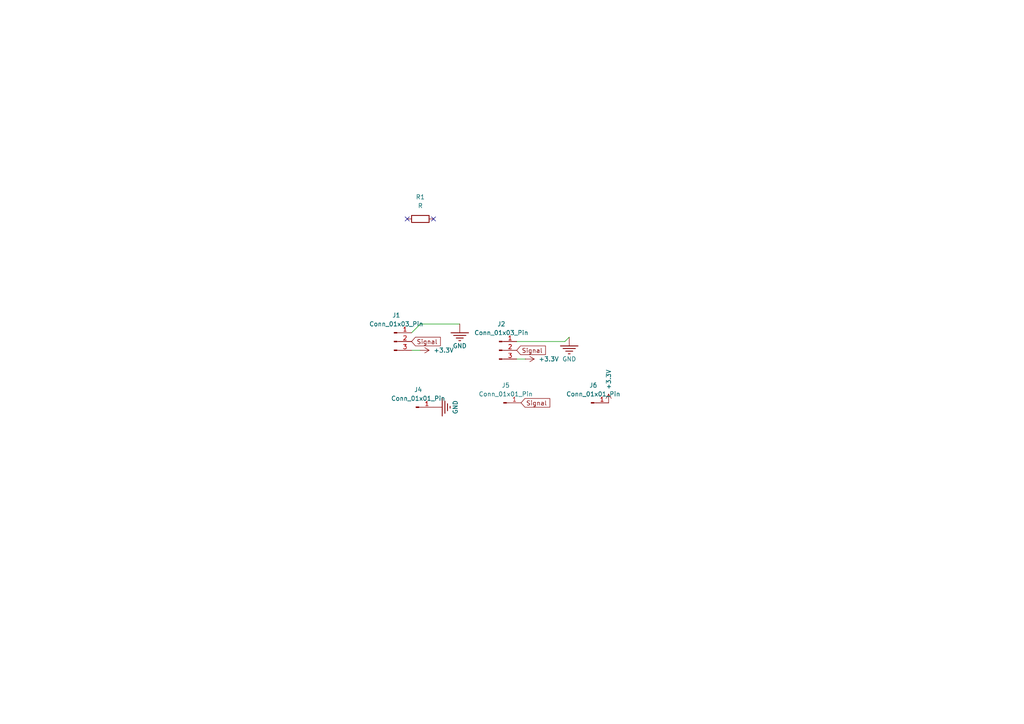
<source format=kicad_sch>
(kicad_sch
	(version 20231120)
	(generator "eeschema")
	(generator_version "8.0")
	(uuid "a7c8ef6a-82d6-48c1-8c74-51228bc6ceb0")
	(paper "A4")
	(lib_symbols
		(symbol "Connector:Conn_01x01_Pin"
			(pin_names
				(offset 1.016) hide)
			(exclude_from_sim no)
			(in_bom yes)
			(on_board yes)
			(property "Reference" "J"
				(at 0 2.54 0)
				(effects
					(font
						(size 1.27 1.27)
					)
				)
			)
			(property "Value" "Conn_01x01_Pin"
				(at 0 -2.54 0)
				(effects
					(font
						(size 1.27 1.27)
					)
				)
			)
			(property "Footprint" ""
				(at 0 0 0)
				(effects
					(font
						(size 1.27 1.27)
					)
					(hide yes)
				)
			)
			(property "Datasheet" "~"
				(at 0 0 0)
				(effects
					(font
						(size 1.27 1.27)
					)
					(hide yes)
				)
			)
			(property "Description" "Generic connector, single row, 01x01, script generated"
				(at 0 0 0)
				(effects
					(font
						(size 1.27 1.27)
					)
					(hide yes)
				)
			)
			(property "ki_locked" ""
				(at 0 0 0)
				(effects
					(font
						(size 1.27 1.27)
					)
				)
			)
			(property "ki_keywords" "connector"
				(at 0 0 0)
				(effects
					(font
						(size 1.27 1.27)
					)
					(hide yes)
				)
			)
			(property "ki_fp_filters" "Connector*:*_1x??_*"
				(at 0 0 0)
				(effects
					(font
						(size 1.27 1.27)
					)
					(hide yes)
				)
			)
			(symbol "Conn_01x01_Pin_1_1"
				(polyline
					(pts
						(xy 1.27 0) (xy 0.8636 0)
					)
					(stroke
						(width 0.1524)
						(type default)
					)
					(fill
						(type none)
					)
				)
				(rectangle
					(start 0.8636 0.127)
					(end 0 -0.127)
					(stroke
						(width 0.1524)
						(type default)
					)
					(fill
						(type outline)
					)
				)
				(pin passive line
					(at 5.08 0 180)
					(length 3.81)
					(name "Pin_1"
						(effects
							(font
								(size 1.27 1.27)
							)
						)
					)
					(number "1"
						(effects
							(font
								(size 1.27 1.27)
							)
						)
					)
				)
			)
		)
		(symbol "Connector:Conn_01x03_Pin"
			(pin_names
				(offset 1.016) hide)
			(exclude_from_sim no)
			(in_bom yes)
			(on_board yes)
			(property "Reference" "J"
				(at 0 5.08 0)
				(effects
					(font
						(size 1.27 1.27)
					)
				)
			)
			(property "Value" "Conn_01x03_Pin"
				(at 0 -5.08 0)
				(effects
					(font
						(size 1.27 1.27)
					)
				)
			)
			(property "Footprint" ""
				(at 0 0 0)
				(effects
					(font
						(size 1.27 1.27)
					)
					(hide yes)
				)
			)
			(property "Datasheet" "~"
				(at 0 0 0)
				(effects
					(font
						(size 1.27 1.27)
					)
					(hide yes)
				)
			)
			(property "Description" "Generic connector, single row, 01x03, script generated"
				(at 0 0 0)
				(effects
					(font
						(size 1.27 1.27)
					)
					(hide yes)
				)
			)
			(property "ki_locked" ""
				(at 0 0 0)
				(effects
					(font
						(size 1.27 1.27)
					)
				)
			)
			(property "ki_keywords" "connector"
				(at 0 0 0)
				(effects
					(font
						(size 1.27 1.27)
					)
					(hide yes)
				)
			)
			(property "ki_fp_filters" "Connector*:*_1x??_*"
				(at 0 0 0)
				(effects
					(font
						(size 1.27 1.27)
					)
					(hide yes)
				)
			)
			(symbol "Conn_01x03_Pin_1_1"
				(polyline
					(pts
						(xy 1.27 -2.54) (xy 0.8636 -2.54)
					)
					(stroke
						(width 0.1524)
						(type default)
					)
					(fill
						(type none)
					)
				)
				(polyline
					(pts
						(xy 1.27 0) (xy 0.8636 0)
					)
					(stroke
						(width 0.1524)
						(type default)
					)
					(fill
						(type none)
					)
				)
				(polyline
					(pts
						(xy 1.27 2.54) (xy 0.8636 2.54)
					)
					(stroke
						(width 0.1524)
						(type default)
					)
					(fill
						(type none)
					)
				)
				(rectangle
					(start 0.8636 -2.413)
					(end 0 -2.667)
					(stroke
						(width 0.1524)
						(type default)
					)
					(fill
						(type outline)
					)
				)
				(rectangle
					(start 0.8636 0.127)
					(end 0 -0.127)
					(stroke
						(width 0.1524)
						(type default)
					)
					(fill
						(type outline)
					)
				)
				(rectangle
					(start 0.8636 2.667)
					(end 0 2.413)
					(stroke
						(width 0.1524)
						(type default)
					)
					(fill
						(type outline)
					)
				)
				(pin passive line
					(at 5.08 2.54 180)
					(length 3.81)
					(name "Pin_1"
						(effects
							(font
								(size 1.27 1.27)
							)
						)
					)
					(number "1"
						(effects
							(font
								(size 1.27 1.27)
							)
						)
					)
				)
				(pin passive line
					(at 5.08 0 180)
					(length 3.81)
					(name "Pin_2"
						(effects
							(font
								(size 1.27 1.27)
							)
						)
					)
					(number "2"
						(effects
							(font
								(size 1.27 1.27)
							)
						)
					)
				)
				(pin passive line
					(at 5.08 -2.54 180)
					(length 3.81)
					(name "Pin_3"
						(effects
							(font
								(size 1.27 1.27)
							)
						)
					)
					(number "3"
						(effects
							(font
								(size 1.27 1.27)
							)
						)
					)
				)
			)
		)
		(symbol "Device:R"
			(pin_numbers hide)
			(pin_names
				(offset 0)
			)
			(exclude_from_sim no)
			(in_bom yes)
			(on_board yes)
			(property "Reference" "R"
				(at 2.032 0 90)
				(effects
					(font
						(size 1.27 1.27)
					)
				)
			)
			(property "Value" "R"
				(at 0 0 90)
				(effects
					(font
						(size 1.27 1.27)
					)
				)
			)
			(property "Footprint" ""
				(at -1.778 0 90)
				(effects
					(font
						(size 1.27 1.27)
					)
					(hide yes)
				)
			)
			(property "Datasheet" "~"
				(at 0 0 0)
				(effects
					(font
						(size 1.27 1.27)
					)
					(hide yes)
				)
			)
			(property "Description" "Resistor"
				(at 0 0 0)
				(effects
					(font
						(size 1.27 1.27)
					)
					(hide yes)
				)
			)
			(property "ki_keywords" "R res resistor"
				(at 0 0 0)
				(effects
					(font
						(size 1.27 1.27)
					)
					(hide yes)
				)
			)
			(property "ki_fp_filters" "R_*"
				(at 0 0 0)
				(effects
					(font
						(size 1.27 1.27)
					)
					(hide yes)
				)
			)
			(symbol "R_0_1"
				(rectangle
					(start -1.016 -2.54)
					(end 1.016 2.54)
					(stroke
						(width 0.254)
						(type default)
					)
					(fill
						(type none)
					)
				)
			)
			(symbol "R_1_1"
				(pin passive line
					(at 0 3.81 270)
					(length 1.27)
					(name "~"
						(effects
							(font
								(size 1.27 1.27)
							)
						)
					)
					(number "1"
						(effects
							(font
								(size 1.27 1.27)
							)
						)
					)
				)
				(pin passive line
					(at 0 -3.81 90)
					(length 1.27)
					(name "~"
						(effects
							(font
								(size 1.27 1.27)
							)
						)
					)
					(number "2"
						(effects
							(font
								(size 1.27 1.27)
							)
						)
					)
				)
			)
		)
		(symbol "ProPrj_Tup-easyedapro:Ground-GND"
			(power)
			(pin_numbers hide)
			(pin_names hide)
			(exclude_from_sim no)
			(in_bom yes)
			(on_board yes)
			(property "Reference" "#PWR"
				(at 0 0 0)
				(effects
					(font
						(size 1.27 1.27)
					)
					(hide yes)
				)
			)
			(property "Value" "GND"
				(at 0 -6.35 0)
				(effects
					(font
						(size 1.27 1.27)
					)
				)
			)
			(property "Footprint" "ProPrj_Tup-easyedapro:"
				(at 0 0 0)
				(effects
					(font
						(size 1.27 1.27)
					)
					(hide yes)
				)
			)
			(property "Datasheet" ""
				(at 0 0 0)
				(effects
					(font
						(size 1.27 1.27)
					)
					(hide yes)
				)
			)
			(property "Description" ""
				(at 0 0 0)
				(effects
					(font
						(size 1.27 1.27)
					)
					(hide yes)
				)
			)
			(symbol "Ground-GND_1_0"
				(polyline
					(pts
						(xy -2.54 -2.54) (xy 2.54 -2.54)
					)
					(stroke
						(width 0.254)
						(type default)
					)
					(fill
						(type none)
					)
				)
				(polyline
					(pts
						(xy -1.778 -3.302) (xy 1.778 -3.302)
					)
					(stroke
						(width 0.254)
						(type default)
					)
					(fill
						(type none)
					)
				)
				(polyline
					(pts
						(xy -1.016 -4.064) (xy 1.016 -4.064)
					)
					(stroke
						(width 0.254)
						(type default)
					)
					(fill
						(type none)
					)
				)
				(polyline
					(pts
						(xy -0.254 -4.826) (xy 0.254 -4.826)
					)
					(stroke
						(width 0.254)
						(type default)
					)
					(fill
						(type none)
					)
				)
				(pin power_in line
					(at 0 0 270)
					(length 2.54)
					(name ""
						(effects
							(font
								(size 1.27 1.27)
							)
						)
					)
					(number "1"
						(effects
							(font
								(size 0.0254 0.0254)
							)
						)
					)
				)
			)
		)
		(symbol "power:+3.3V"
			(power)
			(pin_numbers hide)
			(pin_names
				(offset 0) hide)
			(exclude_from_sim no)
			(in_bom yes)
			(on_board yes)
			(property "Reference" "#PWR"
				(at 0 -3.81 0)
				(effects
					(font
						(size 1.27 1.27)
					)
					(hide yes)
				)
			)
			(property "Value" "+3.3V"
				(at 0 3.556 0)
				(effects
					(font
						(size 1.27 1.27)
					)
				)
			)
			(property "Footprint" ""
				(at 0 0 0)
				(effects
					(font
						(size 1.27 1.27)
					)
					(hide yes)
				)
			)
			(property "Datasheet" ""
				(at 0 0 0)
				(effects
					(font
						(size 1.27 1.27)
					)
					(hide yes)
				)
			)
			(property "Description" "Power symbol creates a global label with name \"+3.3V\""
				(at 0 0 0)
				(effects
					(font
						(size 1.27 1.27)
					)
					(hide yes)
				)
			)
			(property "ki_keywords" "global power"
				(at 0 0 0)
				(effects
					(font
						(size 1.27 1.27)
					)
					(hide yes)
				)
			)
			(symbol "+3.3V_0_1"
				(polyline
					(pts
						(xy -0.762 1.27) (xy 0 2.54)
					)
					(stroke
						(width 0)
						(type default)
					)
					(fill
						(type none)
					)
				)
				(polyline
					(pts
						(xy 0 0) (xy 0 2.54)
					)
					(stroke
						(width 0)
						(type default)
					)
					(fill
						(type none)
					)
				)
				(polyline
					(pts
						(xy 0 2.54) (xy 0.762 1.27)
					)
					(stroke
						(width 0)
						(type default)
					)
					(fill
						(type none)
					)
				)
			)
			(symbol "+3.3V_1_1"
				(pin power_in line
					(at 0 0 90)
					(length 0)
					(name "~"
						(effects
							(font
								(size 1.27 1.27)
							)
						)
					)
					(number "1"
						(effects
							(font
								(size 1.27 1.27)
							)
						)
					)
				)
			)
		)
	)
	(no_connect
		(at 125.73 63.5)
		(uuid "6d7d403f-75c6-44fb-8f79-e166f1892ace")
	)
	(no_connect
		(at 118.11 63.5)
		(uuid "9c33669c-ea2f-4bc2-ae20-0058494f9b89")
	)
	(wire
		(pts
			(xy 119.38 101.6) (xy 121.92 101.6)
		)
		(stroke
			(width 0)
			(type default)
		)
		(uuid "163ce753-cb14-45c6-8338-380216deaf8d")
	)
	(wire
		(pts
			(xy 163.83 99.06) (xy 165.1 97.79)
		)
		(stroke
			(width 0)
			(type default)
		)
		(uuid "2dd7d3a0-217e-411c-9931-d5239606831e")
	)
	(wire
		(pts
			(xy 152.4 104.14) (xy 149.86 104.14)
		)
		(stroke
			(width 0)
			(type default)
		)
		(uuid "3d3646ba-7cf4-4938-be88-ad8b04befad9")
	)
	(wire
		(pts
			(xy 149.86 99.06) (xy 163.83 99.06)
		)
		(stroke
			(width 0)
			(type default)
		)
		(uuid "5ef6ecdb-f6da-45d0-b5bb-c97497b8134e")
	)
	(wire
		(pts
			(xy 133.35 93.98) (xy 121.92 93.98)
		)
		(stroke
			(width 0)
			(type default)
		)
		(uuid "a74a8c52-3f31-417e-8897-70ce1586bd01")
	)
	(wire
		(pts
			(xy 121.92 93.98) (xy 119.38 96.52)
		)
		(stroke
			(width 0)
			(type default)
		)
		(uuid "a7cf5ead-2cdc-4b1d-bb05-90e409c168c4")
	)
	(global_label "Signal"
		(shape input)
		(at 151.13 116.84 0)
		(fields_autoplaced yes)
		(effects
			(font
				(size 1.27 1.27)
			)
			(justify left)
		)
		(uuid "6b6d3dfe-2fe0-4d23-bd20-1de857d9c961")
		(property "Intersheetrefs" "${INTERSHEET_REFS}"
			(at 160.0417 116.84 0)
			(effects
				(font
					(size 1.27 1.27)
				)
				(justify left)
				(hide yes)
			)
		)
	)
	(global_label "Signal"
		(shape input)
		(at 149.86 101.6 0)
		(fields_autoplaced yes)
		(effects
			(font
				(size 1.27 1.27)
			)
			(justify left)
		)
		(uuid "8cf4a751-69e6-424b-9e80-98eee8b27c53")
		(property "Intersheetrefs" "${INTERSHEET_REFS}"
			(at 158.7717 101.6 0)
			(effects
				(font
					(size 1.27 1.27)
				)
				(justify left)
				(hide yes)
			)
		)
	)
	(global_label "Signal"
		(shape input)
		(at 119.38 99.06 0)
		(fields_autoplaced yes)
		(effects
			(font
				(size 1.27 1.27)
			)
			(justify left)
		)
		(uuid "fb06c292-9b29-4ec8-8485-0192646b6360")
		(property "Intersheetrefs" "${INTERSHEET_REFS}"
			(at 128.2917 99.06 0)
			(effects
				(font
					(size 1.27 1.27)
				)
				(justify left)
				(hide yes)
			)
		)
	)
	(symbol
		(lib_id "Connector:Conn_01x03_Pin")
		(at 144.78 101.6 0)
		(unit 1)
		(exclude_from_sim no)
		(in_bom yes)
		(on_board yes)
		(dnp no)
		(fields_autoplaced yes)
		(uuid "02f3d237-3a1b-42f1-a62d-128ef6801e79")
		(property "Reference" "J2"
			(at 145.415 93.98 0)
			(effects
				(font
					(size 1.27 1.27)
				)
			)
		)
		(property "Value" "Conn_01x03_Pin"
			(at 145.415 96.52 0)
			(effects
				(font
					(size 1.27 1.27)
				)
			)
		)
		(property "Footprint" "Connector_JST:JST_SH_SM03B-SRSS-TB_1x03-1MP_P1.00mm_Horizontal"
			(at 144.78 101.6 0)
			(effects
				(font
					(size 1.27 1.27)
				)
				(hide yes)
			)
		)
		(property "Datasheet" "~"
			(at 144.78 101.6 0)
			(effects
				(font
					(size 1.27 1.27)
				)
				(hide yes)
			)
		)
		(property "Description" "Generic connector, single row, 01x03, script generated"
			(at 144.78 101.6 0)
			(effects
				(font
					(size 1.27 1.27)
				)
				(hide yes)
			)
		)
		(pin "2"
			(uuid "81169820-b200-4580-9d3c-dee654447877")
		)
		(pin "3"
			(uuid "a6f53428-005d-4cb3-b44c-64512dccd2be")
		)
		(pin "1"
			(uuid "47d262c2-eefb-4ce0-b536-ae1e6d900685")
		)
		(instances
			(project "Magnet PCB"
				(path "/a7c8ef6a-82d6-48c1-8c74-51228bc6ceb0"
					(reference "J2")
					(unit 1)
				)
			)
		)
	)
	(symbol
		(lib_id "ProPrj_Tup-easyedapro:Ground-GND")
		(at 133.35 93.98 0)
		(unit 1)
		(exclude_from_sim no)
		(in_bom yes)
		(on_board yes)
		(dnp no)
		(uuid "07f0f716-8b7e-4cbc-8dd8-2db5e2f9f311")
		(property "Reference" "#PWR010"
			(at 133.35 93.98 0)
			(effects
				(font
					(size 1.27 1.27)
				)
				(hide yes)
			)
		)
		(property "Value" "GND"
			(at 133.35 100.33 0)
			(effects
				(font
					(size 1.27 1.27)
				)
			)
		)
		(property "Footprint" "ProPrj_Tup-easyedapro:"
			(at 133.35 93.98 0)
			(effects
				(font
					(size 1.27 1.27)
				)
				(hide yes)
			)
		)
		(property "Datasheet" ""
			(at 133.35 93.98 0)
			(effects
				(font
					(size 1.27 1.27)
				)
				(hide yes)
			)
		)
		(property "Description" ""
			(at 133.35 93.98 0)
			(effects
				(font
					(size 1.27 1.27)
				)
				(hide yes)
			)
		)
		(pin "1"
			(uuid "f1dbe57e-9061-4a45-a916-60100ed1b7d2")
		)
		(instances
			(project "Magnet PCB"
				(path "/a7c8ef6a-82d6-48c1-8c74-51228bc6ceb0"
					(reference "#PWR010")
					(unit 1)
				)
			)
		)
	)
	(symbol
		(lib_id "ProPrj_Tup-easyedapro:Ground-GND")
		(at 165.1 97.79 0)
		(unit 1)
		(exclude_from_sim no)
		(in_bom yes)
		(on_board yes)
		(dnp no)
		(uuid "109a7669-d2ca-41e5-a4af-6f30d6cfc861")
		(property "Reference" "#PWR09"
			(at 165.1 97.79 0)
			(effects
				(font
					(size 1.27 1.27)
				)
				(hide yes)
			)
		)
		(property "Value" "GND"
			(at 165.1 104.14 0)
			(effects
				(font
					(size 1.27 1.27)
				)
			)
		)
		(property "Footprint" "ProPrj_Tup-easyedapro:"
			(at 165.1 97.79 0)
			(effects
				(font
					(size 1.27 1.27)
				)
				(hide yes)
			)
		)
		(property "Datasheet" ""
			(at 165.1 97.79 0)
			(effects
				(font
					(size 1.27 1.27)
				)
				(hide yes)
			)
		)
		(property "Description" ""
			(at 165.1 97.79 0)
			(effects
				(font
					(size 1.27 1.27)
				)
				(hide yes)
			)
		)
		(pin "1"
			(uuid "01aabc1b-b4d0-4e52-baaa-c366a91152ab")
		)
		(instances
			(project "Magnet PCB"
				(path "/a7c8ef6a-82d6-48c1-8c74-51228bc6ceb0"
					(reference "#PWR09")
					(unit 1)
				)
			)
		)
	)
	(symbol
		(lib_id "Connector:Conn_01x01_Pin")
		(at 146.05 116.84 0)
		(unit 1)
		(exclude_from_sim no)
		(in_bom yes)
		(on_board yes)
		(dnp no)
		(fields_autoplaced yes)
		(uuid "1818ea05-565e-43ce-a9b9-7bd8e428292c")
		(property "Reference" "J5"
			(at 146.685 111.76 0)
			(effects
				(font
					(size 1.27 1.27)
				)
			)
		)
		(property "Value" "Conn_01x01_Pin"
			(at 146.685 114.3 0)
			(effects
				(font
					(size 1.27 1.27)
				)
			)
		)
		(property "Footprint" "0900_2_15_20_75_14_11_0:CONN_0900-2-15-20-75-14-11-0_MIM"
			(at 146.05 116.84 0)
			(effects
				(font
					(size 1.27 1.27)
				)
				(hide yes)
			)
		)
		(property "Datasheet" "~"
			(at 146.05 116.84 0)
			(effects
				(font
					(size 1.27 1.27)
				)
				(hide yes)
			)
		)
		(property "Description" "Generic connector, single row, 01x01, script generated"
			(at 146.05 116.84 0)
			(effects
				(font
					(size 1.27 1.27)
				)
				(hide yes)
			)
		)
		(pin "1"
			(uuid "7ae2215f-c44d-40aa-be68-3242393033f7")
		)
		(instances
			(project "Magnet PCB"
				(path "/a7c8ef6a-82d6-48c1-8c74-51228bc6ceb0"
					(reference "J5")
					(unit 1)
				)
			)
		)
	)
	(symbol
		(lib_id "power:+3.3V")
		(at 121.92 101.6 270)
		(unit 1)
		(exclude_from_sim no)
		(in_bom yes)
		(on_board yes)
		(dnp no)
		(fields_autoplaced yes)
		(uuid "36c275d9-38b0-413f-af15-e64839b98733")
		(property "Reference" "#PWR07"
			(at 118.11 101.6 0)
			(effects
				(font
					(size 1.27 1.27)
				)
				(hide yes)
			)
		)
		(property "Value" "+3.3V"
			(at 125.73 101.5999 90)
			(effects
				(font
					(size 1.27 1.27)
				)
				(justify left)
			)
		)
		(property "Footprint" ""
			(at 121.92 101.6 0)
			(effects
				(font
					(size 1.27 1.27)
				)
				(hide yes)
			)
		)
		(property "Datasheet" ""
			(at 121.92 101.6 0)
			(effects
				(font
					(size 1.27 1.27)
				)
				(hide yes)
			)
		)
		(property "Description" "Power symbol creates a global label with name \"+3.3V\""
			(at 121.92 101.6 0)
			(effects
				(font
					(size 1.27 1.27)
				)
				(hide yes)
			)
		)
		(pin "1"
			(uuid "59cfd557-8c9c-4c96-8d3e-07588a6294f8")
		)
		(instances
			(project "Magnet PCB"
				(path "/a7c8ef6a-82d6-48c1-8c74-51228bc6ceb0"
					(reference "#PWR07")
					(unit 1)
				)
			)
		)
	)
	(symbol
		(lib_id "Connector:Conn_01x01_Pin")
		(at 171.45 116.84 0)
		(unit 1)
		(exclude_from_sim no)
		(in_bom yes)
		(on_board yes)
		(dnp no)
		(fields_autoplaced yes)
		(uuid "42f4fb63-ec4e-4cd6-9fdc-a6573c1e0258")
		(property "Reference" "J6"
			(at 172.085 111.76 0)
			(effects
				(font
					(size 1.27 1.27)
				)
			)
		)
		(property "Value" "Conn_01x01_Pin"
			(at 172.085 114.3 0)
			(effects
				(font
					(size 1.27 1.27)
				)
			)
		)
		(property "Footprint" "0900_2_15_20_75_14_11_0:CONN_0900-2-15-20-75-14-11-0_MIM"
			(at 171.45 116.84 0)
			(effects
				(font
					(size 1.27 1.27)
				)
				(hide yes)
			)
		)
		(property "Datasheet" "~"
			(at 171.45 116.84 0)
			(effects
				(font
					(size 1.27 1.27)
				)
				(hide yes)
			)
		)
		(property "Description" "Generic connector, single row, 01x01, script generated"
			(at 171.45 116.84 0)
			(effects
				(font
					(size 1.27 1.27)
				)
				(hide yes)
			)
		)
		(pin "1"
			(uuid "a88f50c4-f511-4e04-8085-25139056808f")
		)
		(instances
			(project "Magnet PCB"
				(path "/a7c8ef6a-82d6-48c1-8c74-51228bc6ceb0"
					(reference "J6")
					(unit 1)
				)
			)
		)
	)
	(symbol
		(lib_id "Connector:Conn_01x03_Pin")
		(at 114.3 99.06 0)
		(unit 1)
		(exclude_from_sim no)
		(in_bom yes)
		(on_board yes)
		(dnp no)
		(fields_autoplaced yes)
		(uuid "503fd757-c903-4364-adab-f0ba78ac3105")
		(property "Reference" "J1"
			(at 114.935 91.44 0)
			(effects
				(font
					(size 1.27 1.27)
				)
			)
		)
		(property "Value" "Conn_01x03_Pin"
			(at 114.935 93.98 0)
			(effects
				(font
					(size 1.27 1.27)
				)
			)
		)
		(property "Footprint" "Connector_JST:JST_SH_SM03B-SRSS-TB_1x03-1MP_P1.00mm_Horizontal"
			(at 114.3 99.06 0)
			(effects
				(font
					(size 1.27 1.27)
				)
				(hide yes)
			)
		)
		(property "Datasheet" "~"
			(at 114.3 99.06 0)
			(effects
				(font
					(size 1.27 1.27)
				)
				(hide yes)
			)
		)
		(property "Description" "Generic connector, single row, 01x03, script generated"
			(at 114.3 99.06 0)
			(effects
				(font
					(size 1.27 1.27)
				)
				(hide yes)
			)
		)
		(pin "2"
			(uuid "7dcaa411-944a-4500-95e1-fb7a7f2847f7")
		)
		(pin "3"
			(uuid "f694f9eb-2ab2-40df-afa8-217b83171a47")
		)
		(pin "1"
			(uuid "23e69080-ae8b-4be8-8f91-cec50f8dabcf")
		)
		(instances
			(project ""
				(path "/a7c8ef6a-82d6-48c1-8c74-51228bc6ceb0"
					(reference "J1")
					(unit 1)
				)
			)
		)
	)
	(symbol
		(lib_id "power:+3.3V")
		(at 152.4 104.14 270)
		(unit 1)
		(exclude_from_sim no)
		(in_bom yes)
		(on_board yes)
		(dnp no)
		(fields_autoplaced yes)
		(uuid "5dba7bdf-b4d8-4dfa-9d82-4f89b14cba6a")
		(property "Reference" "#PWR08"
			(at 148.59 104.14 0)
			(effects
				(font
					(size 1.27 1.27)
				)
				(hide yes)
			)
		)
		(property "Value" "+3.3V"
			(at 156.21 104.1399 90)
			(effects
				(font
					(size 1.27 1.27)
				)
				(justify left)
			)
		)
		(property "Footprint" ""
			(at 152.4 104.14 0)
			(effects
				(font
					(size 1.27 1.27)
				)
				(hide yes)
			)
		)
		(property "Datasheet" ""
			(at 152.4 104.14 0)
			(effects
				(font
					(size 1.27 1.27)
				)
				(hide yes)
			)
		)
		(property "Description" "Power symbol creates a global label with name \"+3.3V\""
			(at 152.4 104.14 0)
			(effects
				(font
					(size 1.27 1.27)
				)
				(hide yes)
			)
		)
		(pin "1"
			(uuid "8ff3206b-9a8d-4215-8c2d-31c97c1e7dcf")
		)
		(instances
			(project "Magnet PCB"
				(path "/a7c8ef6a-82d6-48c1-8c74-51228bc6ceb0"
					(reference "#PWR08")
					(unit 1)
				)
			)
		)
	)
	(symbol
		(lib_id "Device:R")
		(at 121.92 63.5 90)
		(unit 1)
		(exclude_from_sim no)
		(in_bom yes)
		(on_board yes)
		(dnp no)
		(fields_autoplaced yes)
		(uuid "9e4db898-b4de-4991-88e9-2663050cae0e")
		(property "Reference" "R1"
			(at 121.92 57.15 90)
			(effects
				(font
					(size 1.27 1.27)
				)
			)
		)
		(property "Value" "R"
			(at 121.92 59.69 90)
			(effects
				(font
					(size 1.27 1.27)
				)
			)
		)
		(property "Footprint" "Resistor_SMD:R_0815_2038Metric"
			(at 121.92 65.278 90)
			(effects
				(font
					(size 1.27 1.27)
				)
				(hide yes)
			)
		)
		(property "Datasheet" "~"
			(at 121.92 63.5 0)
			(effects
				(font
					(size 1.27 1.27)
				)
				(hide yes)
			)
		)
		(property "Description" "Resistor"
			(at 121.92 63.5 0)
			(effects
				(font
					(size 1.27 1.27)
				)
				(hide yes)
			)
		)
		(pin "2"
			(uuid "db3d73aa-5146-4c25-9787-73a6483c163a")
		)
		(pin "1"
			(uuid "0198e0fb-b0b1-43bb-97ca-cf5e419e9894")
		)
		(instances
			(project ""
				(path "/a7c8ef6a-82d6-48c1-8c74-51228bc6ceb0"
					(reference "R1")
					(unit 1)
				)
			)
		)
	)
	(symbol
		(lib_id "ProPrj_Tup-easyedapro:Ground-GND")
		(at 125.73 118.11 90)
		(unit 1)
		(exclude_from_sim no)
		(in_bom yes)
		(on_board yes)
		(dnp no)
		(uuid "af9c4c88-99bf-46e7-9c68-bd23828ba950")
		(property "Reference" "#PWR012"
			(at 125.73 118.11 0)
			(effects
				(font
					(size 1.27 1.27)
				)
				(hide yes)
			)
		)
		(property "Value" "GND"
			(at 132.08 118.11 0)
			(effects
				(font
					(size 1.27 1.27)
				)
			)
		)
		(property "Footprint" "ProPrj_Tup-easyedapro:"
			(at 125.73 118.11 0)
			(effects
				(font
					(size 1.27 1.27)
				)
				(hide yes)
			)
		)
		(property "Datasheet" ""
			(at 125.73 118.11 0)
			(effects
				(font
					(size 1.27 1.27)
				)
				(hide yes)
			)
		)
		(property "Description" ""
			(at 125.73 118.11 0)
			(effects
				(font
					(size 1.27 1.27)
				)
				(hide yes)
			)
		)
		(pin "1"
			(uuid "c667a33e-dafe-4fd2-a13f-b73e15a50ee1")
		)
		(instances
			(project "Magnet PCB"
				(path "/a7c8ef6a-82d6-48c1-8c74-51228bc6ceb0"
					(reference "#PWR012")
					(unit 1)
				)
			)
		)
	)
	(symbol
		(lib_id "power:+3.3V")
		(at 176.53 116.84 0)
		(unit 1)
		(exclude_from_sim no)
		(in_bom yes)
		(on_board yes)
		(dnp no)
		(fields_autoplaced yes)
		(uuid "e7e4e757-5290-4a10-9c78-ba9b248224fa")
		(property "Reference" "#PWR011"
			(at 176.53 120.65 0)
			(effects
				(font
					(size 1.27 1.27)
				)
				(hide yes)
			)
		)
		(property "Value" "+3.3V"
			(at 176.5301 113.03 90)
			(effects
				(font
					(size 1.27 1.27)
				)
				(justify left)
			)
		)
		(property "Footprint" ""
			(at 176.53 116.84 0)
			(effects
				(font
					(size 1.27 1.27)
				)
				(hide yes)
			)
		)
		(property "Datasheet" ""
			(at 176.53 116.84 0)
			(effects
				(font
					(size 1.27 1.27)
				)
				(hide yes)
			)
		)
		(property "Description" "Power symbol creates a global label with name \"+3.3V\""
			(at 176.53 116.84 0)
			(effects
				(font
					(size 1.27 1.27)
				)
				(hide yes)
			)
		)
		(pin "1"
			(uuid "6edfc631-f5ce-4ef4-8afe-71165ec0f2ce")
		)
		(instances
			(project "Magnet PCB"
				(path "/a7c8ef6a-82d6-48c1-8c74-51228bc6ceb0"
					(reference "#PWR011")
					(unit 1)
				)
			)
		)
	)
	(symbol
		(lib_id "Connector:Conn_01x01_Pin")
		(at 120.65 118.11 0)
		(unit 1)
		(exclude_from_sim no)
		(in_bom yes)
		(on_board yes)
		(dnp no)
		(fields_autoplaced yes)
		(uuid "f626080a-7a11-4d68-a5dd-4017fc681ef7")
		(property "Reference" "J4"
			(at 121.285 113.03 0)
			(effects
				(font
					(size 1.27 1.27)
				)
			)
		)
		(property "Value" "Conn_01x01_Pin"
			(at 121.285 115.57 0)
			(effects
				(font
					(size 1.27 1.27)
				)
			)
		)
		(property "Footprint" "0900_2_15_20_75_14_11_0:CONN_0900-2-15-20-75-14-11-0_MIM"
			(at 120.65 118.11 0)
			(effects
				(font
					(size 1.27 1.27)
				)
				(hide yes)
			)
		)
		(property "Datasheet" "~"
			(at 120.65 118.11 0)
			(effects
				(font
					(size 1.27 1.27)
				)
				(hide yes)
			)
		)
		(property "Description" "Generic connector, single row, 01x01, script generated"
			(at 120.65 118.11 0)
			(effects
				(font
					(size 1.27 1.27)
				)
				(hide yes)
			)
		)
		(pin "1"
			(uuid "fc770c7c-e037-47fd-bba9-b12661ba2b40")
		)
		(instances
			(project ""
				(path "/a7c8ef6a-82d6-48c1-8c74-51228bc6ceb0"
					(reference "J4")
					(unit 1)
				)
			)
		)
	)
	(sheet_instances
		(path "/"
			(page "1")
		)
	)
)

</source>
